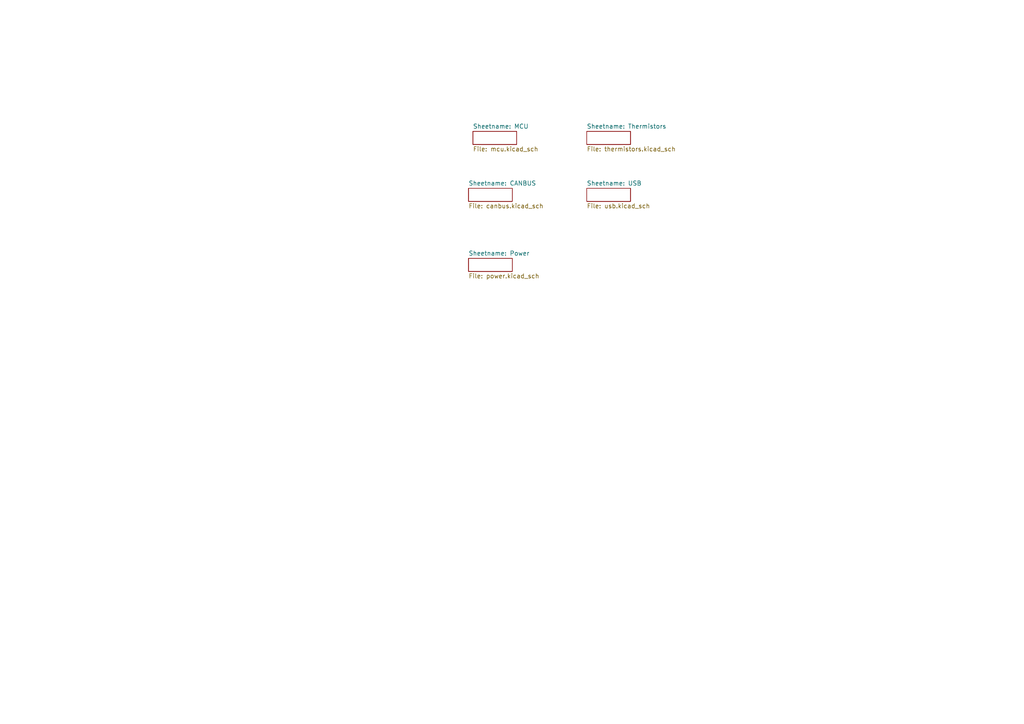
<source format=kicad_sch>
(kicad_sch
	(version 20231120)
	(generator "eeschema")
	(generator_version "8.0")
	(uuid "3a22685f-fb6f-4c54-b509-09f3e7d2168e")
	(paper "A4")
	(title_block
		(title "CANBus Checkpoint")
		(date "2024-05-18")
		(rev "v1.0")
		(comment 1 "creativecommons.org/licenses/by-sa/4.0/")
		(comment 2 "License: CC BY-SA 4.0")
		(comment 3 "Author: Michael Smith")
	)
	(lib_symbols)
	(sheet
		(at 137.16 38.1)
		(size 12.7 3.81)
		(fields_autoplaced yes)
		(stroke
			(width 0.1524)
			(type solid)
		)
		(fill
			(color 0 0 0 0.0000)
		)
		(uuid "53de374f-4e35-4c20-b5dc-937a7bba7e36")
		(property "Sheetname" "MCU"
			(at 137.16 37.3884 0)
			(show_name yes)
			(effects
				(font
					(size 1.27 1.27)
				)
				(justify left bottom)
			)
		)
		(property "Sheetfile" "mcu.kicad_sch"
			(at 137.16 42.4946 0)
			(effects
				(font
					(size 1.27 1.27)
				)
				(justify left top)
			)
		)
		(instances
			(project "checkpoint"
				(path "/3a22685f-fb6f-4c54-b509-09f3e7d2168e"
					(page "4")
				)
			)
		)
	)
	(sheet
		(at 135.89 74.93)
		(size 12.7 3.81)
		(fields_autoplaced yes)
		(stroke
			(width 0.1524)
			(type solid)
		)
		(fill
			(color 0 0 0 0.0000)
		)
		(uuid "802d63ea-9e17-41b2-878e-1c963e32b520")
		(property "Sheetname" "Power"
			(at 135.89 74.2184 0)
			(show_name yes)
			(effects
				(font
					(size 1.27 1.27)
				)
				(justify left bottom)
			)
		)
		(property "Sheetfile" "power.kicad_sch"
			(at 135.89 79.3246 0)
			(effects
				(font
					(size 1.27 1.27)
				)
				(justify left top)
			)
		)
		(instances
			(project "checkpoint"
				(path "/3a22685f-fb6f-4c54-b509-09f3e7d2168e"
					(page "6")
				)
			)
		)
	)
	(sheet
		(at 135.89 54.61)
		(size 12.7 3.81)
		(fields_autoplaced yes)
		(stroke
			(width 0.1524)
			(type solid)
		)
		(fill
			(color 0 0 0 0.0000)
		)
		(uuid "bb9e28ec-bb00-462c-bf42-50541cb58205")
		(property "Sheetname" "CANBUS"
			(at 135.89 53.8984 0)
			(show_name yes)
			(effects
				(font
					(size 1.27 1.27)
				)
				(justify left bottom)
			)
		)
		(property "Sheetfile" "canbus.kicad_sch"
			(at 135.89 59.0046 0)
			(effects
				(font
					(size 1.27 1.27)
				)
				(justify left top)
			)
		)
		(instances
			(project "checkpoint"
				(path "/3a22685f-fb6f-4c54-b509-09f3e7d2168e"
					(page "3")
				)
			)
		)
	)
	(sheet
		(at 170.18 54.61)
		(size 12.7 3.81)
		(fields_autoplaced yes)
		(stroke
			(width 0.1524)
			(type solid)
		)
		(fill
			(color 0 0 0 0.0000)
		)
		(uuid "d0edb953-abc9-4de2-ace2-d042dedd6b65")
		(property "Sheetname" "USB"
			(at 170.18 53.8984 0)
			(show_name yes)
			(effects
				(font
					(size 1.27 1.27)
				)
				(justify left bottom)
			)
		)
		(property "Sheetfile" "usb.kicad_sch"
			(at 170.18 59.0046 0)
			(effects
				(font
					(size 1.27 1.27)
				)
				(justify left top)
			)
		)
		(instances
			(project "checkpoint"
				(path "/3a22685f-fb6f-4c54-b509-09f3e7d2168e"
					(page "5")
				)
			)
		)
	)
	(sheet
		(at 170.18 38.1)
		(size 12.7 3.81)
		(fields_autoplaced yes)
		(stroke
			(width 0.1524)
			(type solid)
		)
		(fill
			(color 0 0 0 0.0000)
		)
		(uuid "faf9b993-40f7-4f7f-b170-78b70bd55a44")
		(property "Sheetname" "Thermistors"
			(at 170.18 37.3884 0)
			(show_name yes)
			(effects
				(font
					(size 1.27 1.27)
				)
				(justify left bottom)
			)
		)
		(property "Sheetfile" "thermistors.kicad_sch"
			(at 170.18 42.4946 0)
			(effects
				(font
					(size 1.27 1.27)
				)
				(justify left top)
			)
		)
		(instances
			(project "checkpoint"
				(path "/3a22685f-fb6f-4c54-b509-09f3e7d2168e"
					(page "2")
				)
			)
		)
	)
	(sheet_instances
		(path "/"
			(page "1")
		)
	)
)

</source>
